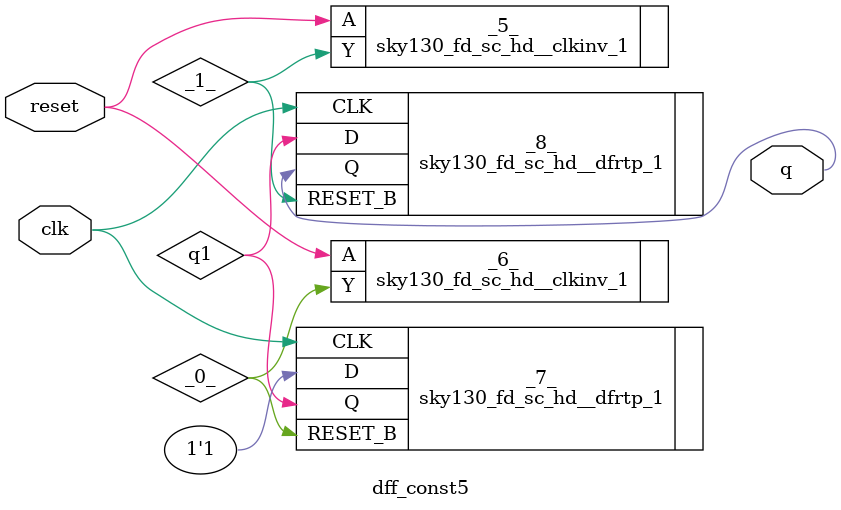
<source format=v>
/* Generated by Yosys 0.9 (git sha1 1979e0b) */

module dff_const5(clk, reset, q);
  wire _0_;
  wire _1_;
  wire _2_;
  wire _3_;
  wire _4_;
  input clk;
  output q;
  wire q1;
  input reset;
  sky130_fd_sc_hd__clkinv_1 _5_ (
    .A(_2_),
    .Y(_1_)
  );
  sky130_fd_sc_hd__clkinv_1 _6_ (
    .A(_2_),
    .Y(_0_)
  );
  sky130_fd_sc_hd__dfrtp_1 _7_ (
    .CLK(clk),
    .D(1'h1),
    .Q(q1),
    .RESET_B(_3_)
  );
  sky130_fd_sc_hd__dfrtp_1 _8_ (
    .CLK(clk),
    .D(q1),
    .Q(q),
    .RESET_B(_4_)
  );
  assign _2_ = reset;
  assign _4_ = _1_;
  assign _3_ = _0_;
endmodule

</source>
